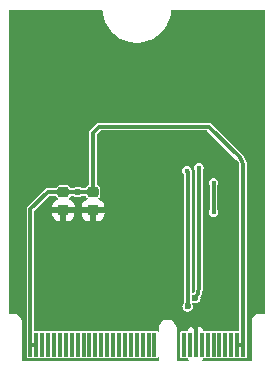
<source format=gbr>
%TF.GenerationSoftware,KiCad,Pcbnew,7.0.11-7.0.11~ubuntu22.04.1*%
%TF.CreationDate,2024-05-19T21:46:35+02:00*%
%TF.ProjectId,m.2_usd,6d2e325f-7573-4642-9e6b-696361645f70,rev?*%
%TF.SameCoordinates,Original*%
%TF.FileFunction,Copper,L4,Bot*%
%TF.FilePolarity,Positive*%
%FSLAX46Y46*%
G04 Gerber Fmt 4.6, Leading zero omitted, Abs format (unit mm)*
G04 Created by KiCad (PCBNEW 7.0.11-7.0.11~ubuntu22.04.1) date 2024-05-19 21:46:35*
%MOMM*%
%LPD*%
G01*
G04 APERTURE LIST*
G04 Aperture macros list*
%AMRoundRect*
0 Rectangle with rounded corners*
0 $1 Rounding radius*
0 $2 $3 $4 $5 $6 $7 $8 $9 X,Y pos of 4 corners*
0 Add a 4 corners polygon primitive as box body*
4,1,4,$2,$3,$4,$5,$6,$7,$8,$9,$2,$3,0*
0 Add four circle primitives for the rounded corners*
1,1,$1+$1,$2,$3*
1,1,$1+$1,$4,$5*
1,1,$1+$1,$6,$7*
1,1,$1+$1,$8,$9*
0 Add four rect primitives between the rounded corners*
20,1,$1+$1,$2,$3,$4,$5,0*
20,1,$1+$1,$4,$5,$6,$7,0*
20,1,$1+$1,$6,$7,$8,$9,0*
20,1,$1+$1,$8,$9,$2,$3,0*%
G04 Aperture macros list end*
%TA.AperFunction,SMDPad,CuDef*%
%ADD10R,0.350000X2.000000*%
%TD*%
%TA.AperFunction,SMDPad,CuDef*%
%ADD11RoundRect,0.225000X-0.250000X0.225000X-0.250000X-0.225000X0.250000X-0.225000X0.250000X0.225000X0*%
%TD*%
%TA.AperFunction,ViaPad*%
%ADD12C,0.600000*%
%TD*%
%TA.AperFunction,ViaPad*%
%ADD13C,0.450000*%
%TD*%
%TA.AperFunction,Conductor*%
%ADD14C,0.350000*%
%TD*%
%TA.AperFunction,Conductor*%
%ADD15C,0.342392*%
%TD*%
G04 APERTURE END LIST*
D10*
%TO.P,J1,2,3.3V*%
%TO.N,+3V3*%
X9000000Y1550000D03*
%TO.P,J1,4,3.3V*%
X8500000Y1550000D03*
%TO.P,J1,6,~{LED_1}*%
%TO.N,unconnected-(J1-~{LED_1}-Pad6)*%
X8000000Y1550000D03*
%TO.P,J1,8,PCM_CLK/I2S_SCK*%
%TO.N,unconnected-(J1-PCM_CLK{slash}I2S_SCK-Pad8)*%
X7500000Y1550000D03*
%TO.P,J1,10,PCM_SYNC/I2S_WS*%
%TO.N,unconnected-(J1-PCM_SYNC{slash}I2S_WS-Pad10)*%
X7000000Y1550000D03*
%TO.P,J1,12,PCM_IN/I2S_SD_IN*%
%TO.N,unconnected-(J1-PCM_IN{slash}I2S_SD_IN-Pad12)*%
X6500000Y1550000D03*
%TO.P,J1,14,PCM_OUT/I2S_SD_OUT*%
%TO.N,unconnected-(J1-PCM_OUT{slash}I2S_SD_OUT-Pad14)*%
X6000000Y1550000D03*
%TO.P,J1,16,~{LED_2}*%
%TO.N,unconnected-(J1-~{LED_2}-Pad16)*%
X5500000Y1550000D03*
%TO.P,J1,18,GND*%
%TO.N,GND*%
X5000000Y1550000D03*
%TO.P,J1,20,~{UART_WAKE}*%
%TO.N,unconnected-(J1-~{UART_WAKE}-Pad20)*%
X4500000Y1550000D03*
%TO.P,J1,22,UART_RXD*%
%TO.N,unconnected-(J1-UART_RXD-Pad22)*%
X4000000Y1550000D03*
%TO.P,J1,32,UART_TXD*%
%TO.N,unconnected-(J1-UART_TXD-Pad32)*%
X1500000Y1550000D03*
%TO.P,J1,34,UART_CTS*%
%TO.N,unconnected-(J1-UART_CTS-Pad34)*%
X1000000Y1550000D03*
%TO.P,J1,36,UART_RTS*%
%TO.N,unconnected-(J1-UART_RTS-Pad36)*%
X500000Y1550000D03*
%TO.P,J1,38,VENDOR_DEFINED*%
%TO.N,unconnected-(J1-VENDOR_DEFINED-Pad38)*%
X0Y1550000D03*
%TO.P,J1,40,VENDOR_DEFINED*%
%TO.N,unconnected-(J1-VENDOR_DEFINED-Pad40)*%
X-500000Y1550000D03*
%TO.P,J1,42,VENDOR_DEFINED*%
%TO.N,unconnected-(J1-VENDOR_DEFINED-Pad42)*%
X-1000000Y1550000D03*
%TO.P,J1,44,COEX3*%
%TO.N,unconnected-(J1-COEX3-Pad44)*%
X-1500000Y1550000D03*
%TO.P,J1,46,COEX2*%
%TO.N,unconnected-(J1-COEX2-Pad46)*%
X-2000000Y1550000D03*
%TO.P,J1,48,COEX1*%
%TO.N,unconnected-(J1-COEX1-Pad48)*%
X-2500000Y1550000D03*
%TO.P,J1,50,SUSCLK*%
%TO.N,unconnected-(J1-SUSCLK-Pad50)*%
X-3000000Y1550000D03*
%TO.P,J1,52,~{PERST0}*%
%TO.N,unconnected-(J1-~{PERST0}-Pad52)*%
X-3500000Y1550000D03*
%TO.P,J1,54,~{W_DISABLE2}*%
%TO.N,unconnected-(J1-~{W_DISABLE2}-Pad54)*%
X-4000000Y1550000D03*
%TO.P,J1,56,~{W_DISABLE1}*%
%TO.N,unconnected-(J1-~{W_DISABLE1}-Pad56)*%
X-4500000Y1550000D03*
%TO.P,J1,58,I2C_DATA*%
%TO.N,unconnected-(J1-I2C_DATA-Pad58)*%
X-5000000Y1550000D03*
%TO.P,J1,60,I2C_CLK*%
%TO.N,unconnected-(J1-I2C_CLK-Pad60)*%
X-5500000Y1550000D03*
%TO.P,J1,62,~{ALERT}*%
%TO.N,unconnected-(J1-~{ALERT}-Pad62)*%
X-6000000Y1550000D03*
%TO.P,J1,64,RESERVED*%
%TO.N,unconnected-(J1-RESERVED-Pad64)*%
X-6500000Y1550000D03*
%TO.P,J1,66,UIM_SWP/~{PERST1}*%
%TO.N,unconnected-(J1-UIM_SWP{slash}~{PERST1}-Pad66)*%
X-7000000Y1550000D03*
%TO.P,J1,68,UIM_POWER_SNK/~{CLKREQ1}*%
%TO.N,unconnected-(J1-UIM_POWER_SNK{slash}~{CLKREQ1}-Pad68)*%
X-7500000Y1550000D03*
%TO.P,J1,70,UIM_POWER_SRC/GPIO1/~{PEWAKE1}*%
%TO.N,unconnected-(J1-UIM_POWER_SRC{slash}GPIO1{slash}~{PEWAKE1}-Pad70)*%
X-8000000Y1550000D03*
%TO.P,J1,72,3.3V*%
%TO.N,+3V3*%
X-8500000Y1550000D03*
%TO.P,J1,74,3.3V*%
X-9000000Y1550000D03*
%TD*%
D11*
%TO.P,C2,1*%
%TO.N,+3V3*%
X-3700000Y14475000D03*
%TO.P,C2,2*%
%TO.N,GND*%
X-3700000Y12925000D03*
%TD*%
%TO.P,C1,1*%
%TO.N,+3V3*%
X-6210000Y14475000D03*
%TO.P,C1,2*%
%TO.N,GND*%
X-6210000Y12925000D03*
%TD*%
D12*
%TO.N,GND*%
X3575000Y7925000D03*
X-2500000Y10650000D03*
X-1150000Y9500000D03*
X-350000Y9550000D03*
X-2500000Y14150000D03*
X2750000Y18750000D03*
X1100000Y18750000D03*
X-2500000Y18450000D03*
X-700000Y19000000D03*
X4100000Y3800000D03*
X4100000Y3050000D03*
X7950000Y6675000D03*
X7950000Y4925000D03*
X7950000Y5800000D03*
X7950000Y7550000D03*
X7950000Y4050000D03*
X7950000Y10975000D03*
X650000Y14350000D03*
X-50000Y14350000D03*
X0Y15250000D03*
X6950000Y15800000D03*
X5900000Y15900000D03*
X7150000Y14350000D03*
X-100000Y12600000D03*
X3600000Y14700000D03*
X6100000Y11800000D03*
X9800000Y4700000D03*
X400000Y9750000D03*
X3600000Y5350000D03*
X750000Y15150000D03*
X2800000Y15051669D03*
X3640648Y4445475D03*
X7500000Y15000000D03*
X7900000Y12800000D03*
X-2500000Y15800000D03*
X-1900000Y9500000D03*
X250000Y18750000D03*
X3600000Y7050000D03*
X7950000Y8350000D03*
X1950000Y18750000D03*
X-2500000Y9950000D03*
X7950000Y11850000D03*
X-2500000Y16550000D03*
X4550000Y18100000D03*
X-2500000Y11500000D03*
X7500000Y13600000D03*
X1150000Y9750000D03*
X-2000000Y19000000D03*
X-2500000Y17300000D03*
X3600000Y18700000D03*
X7950000Y10100000D03*
X3600000Y6300000D03*
X5250000Y17400000D03*
X5850000Y16900000D03*
X-5100000Y12925000D03*
X7950000Y9225000D03*
%TO.N,+3V3*%
X-5000000Y14475000D03*
D13*
%TO.N,CMD*%
X6500000Y12750000D03*
X6500000Y15250000D03*
%TO.N,DAT2*%
X5250000Y16500000D03*
D12*
X4946294Y5521294D03*
%TO.N,DAT3*%
X4315775Y4772136D03*
D13*
X4250000Y16250000D03*
%TD*%
D14*
%TO.N,+3V3*%
X-9000000Y1550000D02*
X-9000000Y13000000D01*
X-9000000Y13000000D02*
X-7525000Y14475000D01*
X-7525000Y14475000D02*
X-6210000Y14475000D01*
X-9000000Y1550000D02*
X-8500000Y1550000D01*
D15*
%TO.N,DAT3*%
X4250000Y16250000D02*
X4315775Y16184225D01*
X4315775Y16184225D02*
X4315775Y4772136D01*
%TO.N,GND*%
X3640648Y4445475D02*
X4100000Y3986123D01*
X4100000Y3986123D02*
X4100000Y3800000D01*
X3640648Y4445475D02*
X3368802Y4173629D01*
X3368802Y4173629D02*
X-4073629Y4173629D01*
X4100000Y3800000D02*
X3750000Y3500000D01*
X4100000Y3050000D02*
X4392392Y3500000D01*
%TO.N,+3V3*%
X-3700000Y19500000D02*
X-3700000Y14475000D01*
X6100000Y20000000D02*
X-3200000Y20000000D01*
X-3200000Y20000000D02*
X-3700000Y19500000D01*
X8707107Y17392893D02*
X6100000Y20000000D01*
X8999990Y16685786D02*
G75*
G03*
X8707107Y17392893I-999990J14D01*
G01*
X9000000Y3100000D02*
X9000000Y16685786D01*
%TO.N,CMD*%
X6500000Y12750000D02*
X6500000Y15250000D01*
%TO.N,GND*%
X-4100000Y3400000D02*
X-4200000Y3300000D01*
X4392392Y3500000D02*
X5000000Y2892392D01*
X-4073629Y4173629D02*
X-4100000Y4147258D01*
X-5100000Y12925000D02*
X-3700000Y12925000D01*
X-4100000Y4147258D02*
X-4100000Y3400000D01*
X5000000Y2892392D02*
X5000000Y1550000D01*
X3750000Y3500000D02*
X4100000Y3050000D01*
X-5100000Y12925000D02*
X-5100000Y5200000D01*
X-4200000Y3300000D02*
X-4750000Y3300000D01*
X-6210000Y12925000D02*
X-5100000Y12925000D01*
X-5100000Y5200000D02*
X-4073629Y4173629D01*
%TO.N,+3V3*%
X-3700000Y14475000D02*
X-5000000Y14475000D01*
X9000000Y1550000D02*
X9000000Y3100000D01*
X9000000Y1550000D02*
X8546196Y1550000D01*
X-5000000Y14475000D02*
X-6210000Y14475000D01*
D14*
%TO.N,DAT2*%
X4946294Y5521294D02*
X4957107Y5532107D01*
X5250000Y6239214D02*
X5250000Y16500000D01*
X4957114Y5532100D02*
G75*
G03*
X5250000Y6239214I-707114J707100D01*
G01*
%TD*%
%TA.AperFunction,Conductor*%
%TO.N,GND*%
G36*
X-2910001Y29836774D02*
G01*
X-2897548Y29810916D01*
X-2864024Y29513383D01*
X-2791532Y29195773D01*
X-2683935Y28888278D01*
X-2683932Y28888273D01*
X-2683932Y28888271D01*
X-2542588Y28594769D01*
X-2542579Y28594753D01*
X-2369266Y28318926D01*
X-2369263Y28318922D01*
X-2369261Y28318919D01*
X-2166143Y28064217D01*
X-1935783Y27833857D01*
X-1681081Y27630739D01*
X-1681073Y27630733D01*
X-1405246Y27457420D01*
X-1405230Y27457411D01*
X-1111728Y27316067D01*
X-1111722Y27316065D01*
X-804227Y27208468D01*
X-545638Y27149447D01*
X-486618Y27135976D01*
X-432662Y27129896D01*
X-162889Y27099500D01*
X-162884Y27099500D01*
X162884Y27099500D01*
X162889Y27099500D01*
X432662Y27129896D01*
X486618Y27135976D01*
X545638Y27149447D01*
X804227Y27208468D01*
X1111722Y27316065D01*
X1111728Y27316067D01*
X1405230Y27457411D01*
X1405246Y27457420D01*
X1681073Y27630733D01*
X1681081Y27630739D01*
X1935783Y27833857D01*
X2166143Y28064217D01*
X2369261Y28318919D01*
X2369263Y28318922D01*
X2369266Y28318926D01*
X2542579Y28594753D01*
X2542588Y28594769D01*
X2683932Y28888271D01*
X2683932Y28888273D01*
X2683935Y28888278D01*
X2791532Y29195773D01*
X2864024Y29513383D01*
X2897548Y29810915D01*
X2913634Y29840021D01*
X2940725Y29849500D01*
X10806050Y29849500D01*
X10836774Y29836774D01*
X10849500Y29806050D01*
X10849500Y4193950D01*
X10836774Y4163226D01*
X10806050Y4150500D01*
X10434351Y4150500D01*
X10400000Y4150500D01*
X10326706Y4150500D01*
X10183794Y4117881D01*
X10183792Y4117880D01*
X10051721Y4054278D01*
X10008504Y4019813D01*
X9937117Y3962883D01*
X9937114Y3962879D01*
X9845721Y3848278D01*
X9782119Y3716207D01*
X9749500Y3573294D01*
X9749500Y193950D01*
X9736774Y163226D01*
X9706050Y150500D01*
X5587317Y150500D01*
X5556593Y163226D01*
X5543867Y193950D01*
X5552534Y219989D01*
X5618350Y307907D01*
X5641970Y371234D01*
X5664631Y395573D01*
X5682681Y399500D01*
X5689822Y399500D01*
X5737919Y409068D01*
X5738113Y408091D01*
X5761887Y408091D01*
X5762081Y409068D01*
X5810178Y399500D01*
X5810180Y399500D01*
X6189822Y399500D01*
X6237919Y409068D01*
X6238113Y408091D01*
X6261887Y408091D01*
X6262081Y409068D01*
X6310178Y399500D01*
X6310180Y399500D01*
X6689822Y399500D01*
X6737919Y409068D01*
X6738113Y408091D01*
X6761887Y408091D01*
X6762081Y409068D01*
X6810178Y399500D01*
X6810180Y399500D01*
X7189822Y399500D01*
X7237919Y409068D01*
X7238113Y408091D01*
X7261887Y408091D01*
X7262081Y409068D01*
X7310178Y399500D01*
X7310180Y399500D01*
X7689822Y399500D01*
X7737919Y409068D01*
X7738113Y408091D01*
X7761887Y408091D01*
X7762081Y409068D01*
X7810178Y399500D01*
X7810180Y399500D01*
X8189822Y399500D01*
X8237919Y409068D01*
X8238113Y408091D01*
X8261887Y408091D01*
X8262081Y409068D01*
X8310178Y399500D01*
X8310180Y399500D01*
X8689822Y399500D01*
X8737919Y409068D01*
X8738113Y408091D01*
X8761887Y408091D01*
X8762081Y409068D01*
X8810178Y399500D01*
X8810180Y399500D01*
X9189822Y399500D01*
X9233721Y408232D01*
X9233722Y408233D01*
X9266984Y430457D01*
X9283503Y441495D01*
X9283504Y441496D01*
X9294922Y458585D01*
X9316767Y491278D01*
X9325500Y535177D01*
X9325500Y2564820D01*
X9322531Y2579744D01*
X9321696Y2588222D01*
X9321696Y16715815D01*
X9321686Y16716032D01*
X9321686Y16738342D01*
X9321687Y16772410D01*
X9304168Y16905492D01*
X9299076Y16944179D01*
X9299075Y16944180D01*
X9299075Y16944185D01*
X9254235Y17111538D01*
X9187934Y17271607D01*
X9101308Y17421653D01*
X8995837Y17559108D01*
X8956375Y17598570D01*
X8956367Y17598580D01*
X8954483Y17600464D01*
X8934583Y17620364D01*
X8898555Y17656393D01*
X8898553Y17656393D01*
X8894982Y17659965D01*
X8894976Y17659969D01*
X6338737Y20216207D01*
X6336187Y20218992D01*
X6309972Y20250235D01*
X6274647Y20270629D01*
X6271461Y20272660D01*
X6262153Y20279177D01*
X6238052Y20296054D01*
X6229693Y20298293D01*
X6219219Y20302630D01*
X6211724Y20306959D01*
X6171551Y20314042D01*
X6167865Y20314859D01*
X6128470Y20325415D01*
X6088902Y20321953D01*
X6087841Y20321861D01*
X6084055Y20321696D01*
X-3184051Y20321696D01*
X-3187838Y20321861D01*
X-3228470Y20325416D01*
X-3267868Y20314858D01*
X-3271555Y20314041D01*
X-3311724Y20306959D01*
X-3319214Y20302633D01*
X-3329695Y20298292D01*
X-3338052Y20296054D01*
X-3370611Y20273254D01*
X-3371469Y20272654D01*
X-3374637Y20270634D01*
X-3409972Y20250235D01*
X-3436187Y20218992D01*
X-3438734Y20216211D01*
X-3916207Y19738737D01*
X-3918990Y19736188D01*
X-3950235Y19709972D01*
X-3970629Y19674647D01*
X-3972660Y19671461D01*
X-3996054Y19638052D01*
X-3998293Y19629693D01*
X-4002630Y19619219D01*
X-4006959Y19611724D01*
X-4014041Y19571558D01*
X-4014859Y19567865D01*
X-4025415Y19528470D01*
X-4021953Y19488902D01*
X-4021861Y19487841D01*
X-4021696Y19484055D01*
X-4021696Y15107824D01*
X-4034422Y15077100D01*
X-4055588Y15066484D01*
X-4055397Y15065864D01*
X-4058622Y15064867D01*
X-4058623Y15064866D01*
X-4058625Y15064866D01*
X-4171211Y15009826D01*
X-4259826Y14921211D01*
X-4275571Y14889004D01*
X-4308786Y14821063D01*
X-4333713Y14799050D01*
X-4347821Y14796696D01*
X-4662810Y14796696D01*
X-4693534Y14809422D01*
X-4695646Y14811691D01*
X-4697422Y14813741D01*
X-4701951Y14818967D01*
X-4759673Y14856063D01*
X-4810927Y14889002D01*
X-4810929Y14889002D01*
X-4810931Y14889004D01*
X-4920610Y14921208D01*
X-4935227Y14925500D01*
X-4935228Y14925500D01*
X-5064772Y14925500D01*
X-5064773Y14925500D01*
X-5079390Y14921208D01*
X-5189069Y14889004D01*
X-5298049Y14818967D01*
X-5303456Y14812726D01*
X-5304354Y14811691D01*
X-5334092Y14796807D01*
X-5337190Y14796696D01*
X-5562179Y14796696D01*
X-5592903Y14809422D01*
X-5601214Y14821063D01*
X-5650172Y14921208D01*
X-5650174Y14921211D01*
X-5738789Y15009826D01*
X-5738791Y15009827D01*
X-5851373Y15064865D01*
X-5851375Y15064866D01*
X-5888302Y15070246D01*
X-5924355Y15075499D01*
X-5924359Y15075499D01*
X-5924364Y15075500D01*
X-6495636Y15075500D01*
X-6495641Y15075499D01*
X-6495644Y15075499D01*
X-6515691Y15072578D01*
X-6568625Y15064866D01*
X-6681211Y15009826D01*
X-6769826Y14921211D01*
X-6785571Y14889004D01*
X-6816926Y14824867D01*
X-6841853Y14802854D01*
X-6855961Y14800500D01*
X-7508885Y14800500D01*
X-7512672Y14800665D01*
X-7553807Y14804264D01*
X-7593707Y14793571D01*
X-7597376Y14792758D01*
X-7638045Y14785588D01*
X-7638047Y14785586D01*
X-7638049Y14785586D01*
X-7645681Y14781179D01*
X-7656158Y14776837D01*
X-7664684Y14774554D01*
X-7698511Y14750867D01*
X-7701685Y14748845D01*
X-7737455Y14728194D01*
X-7763994Y14696565D01*
X-7766544Y14693780D01*
X-9218786Y13241538D01*
X-9221559Y13238998D01*
X-9240520Y13223088D01*
X-9253190Y13212459D01*
X-9253191Y13212456D01*
X-9253194Y13212455D01*
X-9273845Y13176685D01*
X-9275867Y13173511D01*
X-9299554Y13139684D01*
X-9301837Y13131158D01*
X-9306179Y13120681D01*
X-9310588Y13113045D01*
X-9317758Y13072376D01*
X-9318571Y13068707D01*
X-9329264Y13028807D01*
X-9325665Y12987672D01*
X-9325500Y12983885D01*
X-9325500Y535177D01*
X-9316767Y491278D01*
X-9283504Y441496D01*
X-9283503Y441495D01*
X-9266984Y430457D01*
X-9233722Y408233D01*
X-9233721Y408232D01*
X-9189822Y399500D01*
X-9189820Y399500D01*
X-8810178Y399500D01*
X-8762081Y409068D01*
X-8761887Y408091D01*
X-8738113Y408091D01*
X-8737919Y409068D01*
X-8689822Y399500D01*
X-8689820Y399500D01*
X-8310178Y399500D01*
X-8262081Y409068D01*
X-8261887Y408091D01*
X-8238113Y408091D01*
X-8237919Y409068D01*
X-8189822Y399500D01*
X-8189820Y399500D01*
X-7810178Y399500D01*
X-7762081Y409068D01*
X-7761887Y408091D01*
X-7738113Y408091D01*
X-7737919Y409068D01*
X-7689822Y399500D01*
X-7689820Y399500D01*
X-7310178Y399500D01*
X-7262081Y409068D01*
X-7261887Y408091D01*
X-7238113Y408091D01*
X-7237919Y409068D01*
X-7189822Y399500D01*
X-7189820Y399500D01*
X-6810178Y399500D01*
X-6762081Y409068D01*
X-6761887Y408091D01*
X-6738113Y408091D01*
X-6737919Y409068D01*
X-6689822Y399500D01*
X-6689820Y399500D01*
X-6310178Y399500D01*
X-6262081Y409068D01*
X-6261887Y408091D01*
X-6238113Y408091D01*
X-6237919Y409068D01*
X-6189822Y399500D01*
X-6189820Y399500D01*
X-5810178Y399500D01*
X-5762081Y409068D01*
X-5761887Y408091D01*
X-5738113Y408091D01*
X-5737919Y409068D01*
X-5689822Y399500D01*
X-5689820Y399500D01*
X-5310178Y399500D01*
X-5262081Y409068D01*
X-5261887Y408091D01*
X-5238113Y408091D01*
X-5237919Y409068D01*
X-5189822Y399500D01*
X-5189820Y399500D01*
X-4810178Y399500D01*
X-4762081Y409068D01*
X-4761887Y408091D01*
X-4738113Y408091D01*
X-4737919Y409068D01*
X-4689822Y399500D01*
X-4689820Y399500D01*
X-4310178Y399500D01*
X-4262081Y409068D01*
X-4261887Y408091D01*
X-4238113Y408091D01*
X-4237919Y409068D01*
X-4189822Y399500D01*
X-4189820Y399500D01*
X-3810178Y399500D01*
X-3762081Y409068D01*
X-3761887Y408091D01*
X-3738113Y408091D01*
X-3737919Y409068D01*
X-3689822Y399500D01*
X-3689820Y399500D01*
X-3310178Y399500D01*
X-3262081Y409068D01*
X-3261887Y408091D01*
X-3238113Y408091D01*
X-3237919Y409068D01*
X-3189822Y399500D01*
X-3189820Y399500D01*
X-2810178Y399500D01*
X-2762081Y409068D01*
X-2761887Y408091D01*
X-2738113Y408091D01*
X-2737919Y409068D01*
X-2689822Y399500D01*
X-2689820Y399500D01*
X-2310178Y399500D01*
X-2262081Y409068D01*
X-2261887Y408091D01*
X-2238113Y408091D01*
X-2237919Y409068D01*
X-2189822Y399500D01*
X-2189820Y399500D01*
X-1810178Y399500D01*
X-1762081Y409068D01*
X-1761887Y408091D01*
X-1738113Y408091D01*
X-1737919Y409068D01*
X-1689822Y399500D01*
X-1689820Y399500D01*
X-1310178Y399500D01*
X-1262081Y409068D01*
X-1261887Y408091D01*
X-1238113Y408091D01*
X-1237919Y409068D01*
X-1189822Y399500D01*
X-1189820Y399500D01*
X-810178Y399500D01*
X-762081Y409068D01*
X-761887Y408091D01*
X-738113Y408091D01*
X-737919Y409068D01*
X-689822Y399500D01*
X-689820Y399500D01*
X-310178Y399500D01*
X-262081Y409068D01*
X-261887Y408091D01*
X-238113Y408091D01*
X-237919Y409068D01*
X-189822Y399500D01*
X-189820Y399500D01*
X189822Y399500D01*
X237919Y409068D01*
X238113Y408091D01*
X261887Y408091D01*
X262081Y409068D01*
X310178Y399500D01*
X310180Y399500D01*
X689822Y399500D01*
X737919Y409068D01*
X738113Y408091D01*
X761887Y408091D01*
X762081Y409068D01*
X810178Y399500D01*
X810180Y399500D01*
X1189822Y399500D01*
X1237919Y409068D01*
X1238113Y408091D01*
X1261887Y408091D01*
X1262081Y409068D01*
X1310178Y399500D01*
X1310180Y399500D01*
X1689822Y399500D01*
X1733721Y408232D01*
X1733722Y408233D01*
X1766984Y430457D01*
X1783503Y441495D01*
X1783505Y441497D01*
X1794923Y458585D01*
X1822573Y477060D01*
X1855190Y470572D01*
X1873665Y442922D01*
X1874500Y434445D01*
X1874500Y193950D01*
X1861774Y163226D01*
X1831050Y150500D01*
X-9706050Y150500D01*
X-9736774Y163226D01*
X-9749500Y193950D01*
X-9749500Y3573294D01*
X-9782119Y3716207D01*
X-9845721Y3848278D01*
X-9937114Y3962879D01*
X-9937117Y3962883D01*
X-10051722Y4054278D01*
X-10051721Y4054278D01*
X-10183792Y4117880D01*
X-10183794Y4117881D01*
X-10326706Y4150500D01*
X-10806050Y4150500D01*
X-10836774Y4163226D01*
X-10849500Y4193950D01*
X-10849500Y29806050D01*
X-10836774Y29836774D01*
X-10806050Y29849500D01*
X-2940725Y29849500D01*
X-2910001Y29836774D01*
G37*
%TD.AperFunction*%
%TA.AperFunction,Conductor*%
G36*
X5979475Y19665578D02*
G01*
X8443602Y17201450D01*
X8443603Y17201450D01*
X8443603Y17201449D01*
X8478121Y17166930D01*
X8480985Y17163771D01*
X8561270Y17065942D01*
X8566002Y17058860D01*
X8624649Y16949135D01*
X8627908Y16941265D01*
X8664019Y16822217D01*
X8665681Y16813863D01*
X8678094Y16687814D01*
X8678303Y16683556D01*
X8678303Y16632184D01*
X8678304Y16632166D01*
X8678304Y2743950D01*
X8665578Y2713226D01*
X8634854Y2700500D01*
X8310178Y2700500D01*
X8262081Y2690932D01*
X8261886Y2691911D01*
X8238113Y2691911D01*
X8237919Y2690932D01*
X8189822Y2700500D01*
X8189820Y2700500D01*
X7810180Y2700500D01*
X7810178Y2700500D01*
X7762081Y2690932D01*
X7761886Y2691911D01*
X7738113Y2691911D01*
X7737919Y2690932D01*
X7689822Y2700500D01*
X7689820Y2700500D01*
X7310180Y2700500D01*
X7310178Y2700500D01*
X7262081Y2690932D01*
X7261886Y2691911D01*
X7238113Y2691911D01*
X7237919Y2690932D01*
X7189822Y2700500D01*
X7189820Y2700500D01*
X6810180Y2700500D01*
X6810178Y2700500D01*
X6762081Y2690932D01*
X6761886Y2691911D01*
X6738113Y2691911D01*
X6737919Y2690932D01*
X6689822Y2700500D01*
X6689820Y2700500D01*
X6310180Y2700500D01*
X6310178Y2700500D01*
X6262081Y2690932D01*
X6261886Y2691911D01*
X6238113Y2691911D01*
X6237919Y2690932D01*
X6189822Y2700500D01*
X6189820Y2700500D01*
X5810180Y2700500D01*
X5810178Y2700500D01*
X5762081Y2690932D01*
X5761886Y2691911D01*
X5738113Y2691911D01*
X5737919Y2690932D01*
X5689822Y2700500D01*
X5689820Y2700500D01*
X5682681Y2700500D01*
X5651957Y2713226D01*
X5641970Y2728766D01*
X5618350Y2792092D01*
X5532191Y2907185D01*
X5532185Y2907191D01*
X5417092Y2993350D01*
X5282370Y3043599D01*
X5222826Y3050000D01*
X5175000Y3050000D01*
X5175000Y2571612D01*
X5174541Y2566958D01*
X5174709Y2566942D01*
X5174500Y2564822D01*
X5174500Y1418450D01*
X5161774Y1387726D01*
X5131050Y1375000D01*
X4868950Y1375000D01*
X4838226Y1387726D01*
X4825500Y1418450D01*
X4825500Y2564822D01*
X4825291Y2566942D01*
X4825458Y2566958D01*
X4825000Y2571612D01*
X4825000Y3050000D01*
X4777174Y3050000D01*
X4717629Y3043599D01*
X4582907Y2993350D01*
X4467814Y2907191D01*
X4467808Y2907185D01*
X4381649Y2792092D01*
X4358030Y2728766D01*
X4335369Y2704427D01*
X4317319Y2700500D01*
X4310178Y2700500D01*
X4262081Y2690932D01*
X4261886Y2691911D01*
X4238113Y2691911D01*
X4237919Y2690932D01*
X4189822Y2700500D01*
X4189820Y2700500D01*
X3810180Y2700500D01*
X3810178Y2700500D01*
X3767002Y2691911D01*
X3766278Y2691767D01*
X3716496Y2658504D01*
X3683233Y2608722D01*
X3683233Y2608721D01*
X3683232Y2608721D01*
X3674500Y2564822D01*
X3674500Y535177D01*
X3683232Y491278D01*
X3716495Y441496D01*
X3716496Y441495D01*
X3766278Y408233D01*
X3766278Y408232D01*
X3810178Y399500D01*
X3810180Y399500D01*
X4189822Y399500D01*
X4237919Y409068D01*
X4238113Y408091D01*
X4261887Y408091D01*
X4262081Y409068D01*
X4310178Y399500D01*
X4317319Y399500D01*
X4348043Y386774D01*
X4358030Y371234D01*
X4381649Y307907D01*
X4447466Y219989D01*
X4455691Y187767D01*
X4438722Y159167D01*
X4412683Y150500D01*
X3418950Y150500D01*
X3388226Y163226D01*
X3375500Y193950D01*
X3375500Y2978878D01*
X3375500Y2978881D01*
X3342700Y3133195D01*
X3342697Y3133201D01*
X3342698Y3133201D01*
X3278534Y3277312D01*
X3278532Y3277317D01*
X3185802Y3404949D01*
X3068563Y3510512D01*
X2931937Y3589392D01*
X2781897Y3638143D01*
X2625000Y3654634D01*
X2483024Y3639711D01*
X2468102Y3638143D01*
X2468101Y3638142D01*
X2318063Y3589392D01*
X2181437Y3510512D01*
X2064198Y3404949D01*
X1971469Y3277318D01*
X1971465Y3277312D01*
X1907302Y3133201D01*
X1907301Y3133198D01*
X1907300Y3133195D01*
X1874500Y2978881D01*
X1874500Y2978878D01*
X1874500Y2665554D01*
X1861774Y2634830D01*
X1831050Y2622104D01*
X1800326Y2634830D01*
X1794922Y2641415D01*
X1783504Y2658504D01*
X1733722Y2691767D01*
X1719088Y2694678D01*
X1689822Y2700500D01*
X1689820Y2700500D01*
X1310180Y2700500D01*
X1310178Y2700500D01*
X1262081Y2690932D01*
X1261886Y2691911D01*
X1238113Y2691911D01*
X1237919Y2690932D01*
X1189822Y2700500D01*
X1189820Y2700500D01*
X810180Y2700500D01*
X810178Y2700500D01*
X762081Y2690932D01*
X761886Y2691911D01*
X738113Y2691911D01*
X737919Y2690932D01*
X689822Y2700500D01*
X689820Y2700500D01*
X310180Y2700500D01*
X310178Y2700500D01*
X262081Y2690932D01*
X261886Y2691911D01*
X238113Y2691911D01*
X237919Y2690932D01*
X189822Y2700500D01*
X189820Y2700500D01*
X-189820Y2700500D01*
X-189822Y2700500D01*
X-237919Y2690932D01*
X-238113Y2691911D01*
X-261886Y2691911D01*
X-262081Y2690932D01*
X-310178Y2700500D01*
X-310180Y2700500D01*
X-689820Y2700500D01*
X-689822Y2700500D01*
X-737919Y2690932D01*
X-738113Y2691911D01*
X-761886Y2691911D01*
X-762081Y2690932D01*
X-810178Y2700500D01*
X-810180Y2700500D01*
X-1189820Y2700500D01*
X-1189822Y2700500D01*
X-1237919Y2690932D01*
X-1238113Y2691911D01*
X-1261886Y2691911D01*
X-1262081Y2690932D01*
X-1310178Y2700500D01*
X-1310180Y2700500D01*
X-1689820Y2700500D01*
X-1689822Y2700500D01*
X-1737919Y2690932D01*
X-1738113Y2691911D01*
X-1761886Y2691911D01*
X-1762081Y2690932D01*
X-1810178Y2700500D01*
X-1810180Y2700500D01*
X-2189820Y2700500D01*
X-2189822Y2700500D01*
X-2237919Y2690932D01*
X-2238113Y2691911D01*
X-2261886Y2691911D01*
X-2262081Y2690932D01*
X-2310178Y2700500D01*
X-2310180Y2700500D01*
X-2689820Y2700500D01*
X-2689822Y2700500D01*
X-2737919Y2690932D01*
X-2738113Y2691911D01*
X-2761886Y2691911D01*
X-2762081Y2690932D01*
X-2810178Y2700500D01*
X-2810180Y2700500D01*
X-3189820Y2700500D01*
X-3189822Y2700500D01*
X-3237919Y2690932D01*
X-3238113Y2691911D01*
X-3261886Y2691911D01*
X-3262081Y2690932D01*
X-3310178Y2700500D01*
X-3310180Y2700500D01*
X-3689820Y2700500D01*
X-3689822Y2700500D01*
X-3737919Y2690932D01*
X-3738113Y2691911D01*
X-3761886Y2691911D01*
X-3762081Y2690932D01*
X-3810178Y2700500D01*
X-3810180Y2700500D01*
X-4189820Y2700500D01*
X-4189822Y2700500D01*
X-4237919Y2690932D01*
X-4238113Y2691911D01*
X-4261886Y2691911D01*
X-4262081Y2690932D01*
X-4310178Y2700500D01*
X-4310180Y2700500D01*
X-4689820Y2700500D01*
X-4689822Y2700500D01*
X-4737919Y2690932D01*
X-4738113Y2691911D01*
X-4761886Y2691911D01*
X-4762081Y2690932D01*
X-4810178Y2700500D01*
X-4810180Y2700500D01*
X-5189820Y2700500D01*
X-5189822Y2700500D01*
X-5237919Y2690932D01*
X-5238113Y2691911D01*
X-5261886Y2691911D01*
X-5262081Y2690932D01*
X-5310178Y2700500D01*
X-5310180Y2700500D01*
X-5689820Y2700500D01*
X-5689822Y2700500D01*
X-5737919Y2690932D01*
X-5738113Y2691911D01*
X-5761886Y2691911D01*
X-5762081Y2690932D01*
X-5810178Y2700500D01*
X-5810180Y2700500D01*
X-6189820Y2700500D01*
X-6189822Y2700500D01*
X-6237919Y2690932D01*
X-6238113Y2691911D01*
X-6261886Y2691911D01*
X-6262081Y2690932D01*
X-6310178Y2700500D01*
X-6310180Y2700500D01*
X-6689820Y2700500D01*
X-6689822Y2700500D01*
X-6737919Y2690932D01*
X-6738113Y2691911D01*
X-6761886Y2691911D01*
X-6762081Y2690932D01*
X-6810178Y2700500D01*
X-6810180Y2700500D01*
X-7189820Y2700500D01*
X-7189822Y2700500D01*
X-7237919Y2690932D01*
X-7238113Y2691911D01*
X-7261886Y2691911D01*
X-7262081Y2690932D01*
X-7310178Y2700500D01*
X-7310180Y2700500D01*
X-7689820Y2700500D01*
X-7689822Y2700500D01*
X-7737919Y2690932D01*
X-7738113Y2691911D01*
X-7761886Y2691911D01*
X-7762081Y2690932D01*
X-7810178Y2700500D01*
X-7810180Y2700500D01*
X-8189820Y2700500D01*
X-8189822Y2700500D01*
X-8237919Y2690932D01*
X-8238113Y2691911D01*
X-8261886Y2691911D01*
X-8262081Y2690932D01*
X-8310178Y2700500D01*
X-8310180Y2700500D01*
X-8631050Y2700500D01*
X-8661774Y2713226D01*
X-8674500Y2743950D01*
X-8674500Y12675000D01*
X-7184999Y12675000D01*
X-7184999Y12651689D01*
X-7174856Y12552399D01*
X-7174855Y12552392D01*
X-7121546Y12391514D01*
X-7032573Y12247269D01*
X-6912730Y12127426D01*
X-6768484Y12038453D01*
X-6768486Y12038453D01*
X-6607607Y11985144D01*
X-6607601Y11985143D01*
X-6508311Y11975000D01*
X-6460000Y11975000D01*
X-6460000Y12675000D01*
X-5960000Y12675000D01*
X-5960000Y11975000D01*
X-5911689Y11975000D01*
X-5812399Y11985143D01*
X-5812392Y11985144D01*
X-5651514Y12038453D01*
X-5507269Y12127426D01*
X-5387426Y12247269D01*
X-5298453Y12391514D01*
X-5245144Y12552392D01*
X-5245143Y12552398D01*
X-5235000Y12651688D01*
X-5235000Y12675000D01*
X-4674999Y12675000D01*
X-4674999Y12651689D01*
X-4664856Y12552399D01*
X-4664855Y12552392D01*
X-4611546Y12391514D01*
X-4522573Y12247269D01*
X-4402730Y12127426D01*
X-4258484Y12038453D01*
X-4258486Y12038453D01*
X-4097607Y11985144D01*
X-4097601Y11985143D01*
X-3998311Y11975000D01*
X-3950000Y11975000D01*
X-3950000Y12675000D01*
X-3450000Y12675000D01*
X-3450000Y11975000D01*
X-3401689Y11975000D01*
X-3302399Y11985143D01*
X-3302392Y11985144D01*
X-3141514Y12038453D01*
X-2997269Y12127426D01*
X-2877426Y12247269D01*
X-2788453Y12391514D01*
X-2735144Y12552392D01*
X-2735143Y12552398D01*
X-2725000Y12651688D01*
X-2725000Y12675000D01*
X-3450000Y12675000D01*
X-3950000Y12675000D01*
X-4674999Y12675000D01*
X-5235000Y12675000D01*
X-5960000Y12675000D01*
X-6460000Y12675000D01*
X-7184999Y12675000D01*
X-8674500Y12675000D01*
X-8674500Y12847176D01*
X-8661774Y12877900D01*
X-7402900Y14136774D01*
X-7372176Y14149500D01*
X-6855961Y14149500D01*
X-6825237Y14136774D01*
X-6816926Y14125133D01*
X-6769827Y14028791D01*
X-6769826Y14028789D01*
X-6681210Y13940173D01*
X-6655336Y13927524D01*
X-6633324Y13902597D01*
X-6635385Y13869405D01*
X-6660312Y13847393D01*
X-6660753Y13847244D01*
X-6768485Y13811546D01*
X-6912730Y13722573D01*
X-7032573Y13602730D01*
X-7121546Y13458485D01*
X-7174855Y13297607D01*
X-7174856Y13297601D01*
X-7185000Y13198311D01*
X-7185000Y13175000D01*
X-5235001Y13175000D01*
X-5235001Y13198310D01*
X-5245143Y13297600D01*
X-5245144Y13297607D01*
X-5298453Y13458485D01*
X-5387426Y13602730D01*
X-5507269Y13722573D01*
X-5651515Y13811546D01*
X-5651513Y13811546D01*
X-5759246Y13847244D01*
X-5784407Y13868988D01*
X-5786824Y13902156D01*
X-5765080Y13927317D01*
X-5764663Y13927524D01*
X-5738789Y13940173D01*
X-5738789Y13940174D01*
X-5650172Y14028791D01*
X-5601214Y14128937D01*
X-5576287Y14150950D01*
X-5562179Y14153304D01*
X-5337190Y14153304D01*
X-5306466Y14140578D01*
X-5304354Y14138309D01*
X-5298049Y14131033D01*
X-5288868Y14125133D01*
X-5189072Y14060997D01*
X-5189064Y14060994D01*
X-5064773Y14024500D01*
X-5064772Y14024500D01*
X-4935227Y14024500D01*
X-4810935Y14060994D01*
X-4810927Y14060997D01*
X-4701952Y14131032D01*
X-4701950Y14131034D01*
X-4695646Y14138309D01*
X-4665908Y14153193D01*
X-4662810Y14153304D01*
X-4347821Y14153304D01*
X-4317097Y14140578D01*
X-4308786Y14128937D01*
X-4259827Y14028791D01*
X-4259826Y14028789D01*
X-4171210Y13940173D01*
X-4145336Y13927524D01*
X-4123324Y13902597D01*
X-4125385Y13869405D01*
X-4150312Y13847393D01*
X-4150753Y13847244D01*
X-4258485Y13811546D01*
X-4402730Y13722573D01*
X-4522573Y13602730D01*
X-4611546Y13458485D01*
X-4664855Y13297607D01*
X-4664856Y13297601D01*
X-4675000Y13198311D01*
X-4675000Y13175000D01*
X-2725001Y13175000D01*
X-2725001Y13198310D01*
X-2735143Y13297600D01*
X-2735144Y13297607D01*
X-2788453Y13458485D01*
X-2877426Y13602730D01*
X-2997269Y13722573D01*
X-3141515Y13811546D01*
X-3141513Y13811546D01*
X-3249246Y13847244D01*
X-3274407Y13868988D01*
X-3276824Y13902156D01*
X-3255080Y13927317D01*
X-3254663Y13927524D01*
X-3228789Y13940173D01*
X-3228789Y13940174D01*
X-3140172Y14028791D01*
X-3085134Y14141373D01*
X-3085133Y14141377D01*
X-3074500Y14214355D01*
X-3074500Y14735644D01*
X-3085133Y14808622D01*
X-3085134Y14808626D01*
X-3140172Y14921208D01*
X-3140174Y14921211D01*
X-3228789Y15009826D01*
X-3228791Y15009827D01*
X-3341377Y15064867D01*
X-3344603Y15065864D01*
X-3344330Y15066746D01*
X-3369678Y15081839D01*
X-3378304Y15107824D01*
X-3378304Y16249999D01*
X3844508Y16249999D01*
X3864354Y16124695D01*
X3864354Y16124694D01*
X3921948Y16011659D01*
X3981353Y15952255D01*
X3994079Y15921531D01*
X3994079Y5105017D01*
X3983466Y5076564D01*
X3932893Y5018199D01*
X3932893Y5018198D01*
X3932891Y5018196D01*
X3879078Y4900361D01*
X3860642Y4772136D01*
X3879078Y4643910D01*
X3932891Y4526075D01*
X3932892Y4526073D01*
X4017727Y4428168D01*
X4126702Y4358133D01*
X4126710Y4358130D01*
X4251002Y4321636D01*
X4251003Y4321636D01*
X4380548Y4321636D01*
X4504839Y4358130D01*
X4504847Y4358133D01*
X4613822Y4428168D01*
X4613823Y4428168D01*
X4698657Y4526073D01*
X4698658Y4526075D01*
X4702947Y4535468D01*
X4752472Y4643910D01*
X4770908Y4772136D01*
X4752472Y4900362D01*
X4698657Y5018199D01*
X4648746Y5075799D01*
X4638245Y5107352D01*
X4653130Y5137089D01*
X4684684Y5147591D01*
X4705073Y5140805D01*
X4757225Y5107290D01*
X4757227Y5107289D01*
X4757229Y5107288D01*
X4881521Y5070794D01*
X4881522Y5070794D01*
X5011067Y5070794D01*
X5135358Y5107288D01*
X5135366Y5107291D01*
X5244341Y5177326D01*
X5244342Y5177326D01*
X5329176Y5275231D01*
X5329177Y5275233D01*
X5333466Y5284626D01*
X5382991Y5393068D01*
X5401427Y5521294D01*
X5396518Y5555435D01*
X5401897Y5583343D01*
X5441358Y5651695D01*
X5441362Y5651702D01*
X5507854Y5812233D01*
X5552824Y5980070D01*
X5554218Y5990654D01*
X5575500Y6152335D01*
X5575501Y6152340D01*
X5575500Y6239219D01*
X5575500Y12749999D01*
X6094508Y12749999D01*
X6114354Y12624695D01*
X6114354Y12624694D01*
X6171948Y12511659D01*
X6261659Y12421948D01*
X6374694Y12364354D01*
X6499999Y12344508D01*
X6500000Y12344508D01*
X6500001Y12344508D01*
X6625304Y12364354D01*
X6625305Y12364354D01*
X6738340Y12421948D01*
X6828051Y12511659D01*
X6885645Y12624694D01*
X6885645Y12624695D01*
X6885646Y12624696D01*
X6905492Y12750000D01*
X6885646Y12875304D01*
X6830321Y12983885D01*
X6826498Y12991389D01*
X6827942Y12992124D01*
X6821696Y13011205D01*
X6821696Y14988794D01*
X6827894Y15007899D01*
X6826498Y15008611D01*
X6885645Y15124694D01*
X6885645Y15124695D01*
X6885646Y15124696D01*
X6905492Y15250000D01*
X6885646Y15375304D01*
X6828050Y15488342D01*
X6738342Y15578050D01*
X6625304Y15635646D01*
X6519847Y15652348D01*
X6500001Y15655492D01*
X6499999Y15655492D01*
X6480153Y15652348D01*
X6374696Y15635646D01*
X6374694Y15635645D01*
X6261659Y15578051D01*
X6171948Y15488340D01*
X6114354Y15375305D01*
X6114354Y15375304D01*
X6094508Y15250000D01*
X6094508Y15249999D01*
X6114354Y15124695D01*
X6114354Y15124694D01*
X6173502Y15008611D01*
X6172105Y15007899D01*
X6178304Y14988794D01*
X6178304Y13011205D01*
X6172057Y12992124D01*
X6173502Y12991389D01*
X6114354Y12875305D01*
X6114354Y12875304D01*
X6094508Y12750000D01*
X6094508Y12749999D01*
X5575500Y12749999D01*
X5575500Y16246221D01*
X5580236Y16265947D01*
X5635645Y16374694D01*
X5635645Y16374695D01*
X5635646Y16374696D01*
X5655492Y16500000D01*
X5635646Y16625304D01*
X5578050Y16738342D01*
X5488342Y16828050D01*
X5375304Y16885646D01*
X5269847Y16902348D01*
X5250001Y16905492D01*
X5249999Y16905492D01*
X5230153Y16902348D01*
X5124696Y16885646D01*
X5124694Y16885645D01*
X5011659Y16828051D01*
X4921948Y16738340D01*
X4864354Y16625305D01*
X4864354Y16625304D01*
X4844508Y16500000D01*
X4844508Y16499999D01*
X4864354Y16374695D01*
X4864354Y16374694D01*
X4919764Y16265947D01*
X4924500Y16246221D01*
X4924500Y6241344D01*
X4924291Y6237086D01*
X4911960Y6111876D01*
X4910298Y6103522D01*
X4876062Y5990654D01*
X4854966Y5964947D01*
X4846725Y5961576D01*
X4757225Y5935298D01*
X4757222Y5935296D01*
X4704412Y5901357D01*
X4671685Y5895452D01*
X4644369Y5914418D01*
X4637471Y5937909D01*
X4637471Y16132798D01*
X4638006Y16139595D01*
X4655492Y16249999D01*
X4655492Y16250000D01*
X4654049Y16259108D01*
X4635646Y16375304D01*
X4578050Y16488342D01*
X4488342Y16578050D01*
X4375304Y16635646D01*
X4269847Y16652348D01*
X4250001Y16655492D01*
X4249999Y16655492D01*
X4230153Y16652348D01*
X4124696Y16635646D01*
X4124694Y16635645D01*
X4011659Y16578051D01*
X3921948Y16488340D01*
X3864354Y16375305D01*
X3864354Y16375304D01*
X3844508Y16250000D01*
X3844508Y16249999D01*
X-3378304Y16249999D01*
X-3378304Y19348751D01*
X-3365578Y19379475D01*
X-3079475Y19665578D01*
X-3048751Y19678304D01*
X5948752Y19678304D01*
X5979475Y19665578D01*
G37*
%TD.AperFunction*%
%TD*%
M02*

</source>
